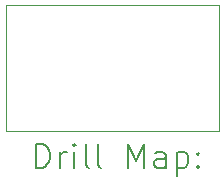
<source format=gbr>
%TF.GenerationSoftware,KiCad,Pcbnew,8.0.5*%
%TF.CreationDate,2025-06-10T11:56:54+02:00*%
%TF.ProjectId,SMA-Filter,534d412d-4669-46c7-9465-722e6b696361,rev?*%
%TF.SameCoordinates,Original*%
%TF.FileFunction,Drillmap*%
%TF.FilePolarity,Positive*%
%FSLAX45Y45*%
G04 Gerber Fmt 4.5, Leading zero omitted, Abs format (unit mm)*
G04 Created by KiCad (PCBNEW 8.0.5) date 2025-06-10 11:56:54*
%MOMM*%
%LPD*%
G01*
G04 APERTURE LIST*
%ADD10C,0.050000*%
%ADD11C,0.200000*%
G04 APERTURE END LIST*
D10*
X9677400Y-7493000D02*
X9677400Y-8559800D01*
X9677400Y-7493000D02*
X11480800Y-7493000D01*
X11480800Y-7493000D02*
X11480800Y-8559800D01*
X9677400Y-8559800D02*
X11480800Y-8559800D01*
D11*
X9935677Y-8873784D02*
X9935677Y-8673784D01*
X9935677Y-8673784D02*
X9983296Y-8673784D01*
X9983296Y-8673784D02*
X10011867Y-8683308D01*
X10011867Y-8683308D02*
X10030915Y-8702355D01*
X10030915Y-8702355D02*
X10040439Y-8721403D01*
X10040439Y-8721403D02*
X10049963Y-8759498D01*
X10049963Y-8759498D02*
X10049963Y-8788070D01*
X10049963Y-8788070D02*
X10040439Y-8826165D01*
X10040439Y-8826165D02*
X10030915Y-8845212D01*
X10030915Y-8845212D02*
X10011867Y-8864260D01*
X10011867Y-8864260D02*
X9983296Y-8873784D01*
X9983296Y-8873784D02*
X9935677Y-8873784D01*
X10135677Y-8873784D02*
X10135677Y-8740450D01*
X10135677Y-8778546D02*
X10145201Y-8759498D01*
X10145201Y-8759498D02*
X10154724Y-8749974D01*
X10154724Y-8749974D02*
X10173772Y-8740450D01*
X10173772Y-8740450D02*
X10192820Y-8740450D01*
X10259486Y-8873784D02*
X10259486Y-8740450D01*
X10259486Y-8673784D02*
X10249963Y-8683308D01*
X10249963Y-8683308D02*
X10259486Y-8692831D01*
X10259486Y-8692831D02*
X10269010Y-8683308D01*
X10269010Y-8683308D02*
X10259486Y-8673784D01*
X10259486Y-8673784D02*
X10259486Y-8692831D01*
X10383296Y-8873784D02*
X10364248Y-8864260D01*
X10364248Y-8864260D02*
X10354724Y-8845212D01*
X10354724Y-8845212D02*
X10354724Y-8673784D01*
X10488058Y-8873784D02*
X10469010Y-8864260D01*
X10469010Y-8864260D02*
X10459486Y-8845212D01*
X10459486Y-8845212D02*
X10459486Y-8673784D01*
X10716629Y-8873784D02*
X10716629Y-8673784D01*
X10716629Y-8673784D02*
X10783296Y-8816641D01*
X10783296Y-8816641D02*
X10849963Y-8673784D01*
X10849963Y-8673784D02*
X10849963Y-8873784D01*
X11030915Y-8873784D02*
X11030915Y-8769022D01*
X11030915Y-8769022D02*
X11021391Y-8749974D01*
X11021391Y-8749974D02*
X11002344Y-8740450D01*
X11002344Y-8740450D02*
X10964248Y-8740450D01*
X10964248Y-8740450D02*
X10945201Y-8749974D01*
X11030915Y-8864260D02*
X11011867Y-8873784D01*
X11011867Y-8873784D02*
X10964248Y-8873784D01*
X10964248Y-8873784D02*
X10945201Y-8864260D01*
X10945201Y-8864260D02*
X10935677Y-8845212D01*
X10935677Y-8845212D02*
X10935677Y-8826165D01*
X10935677Y-8826165D02*
X10945201Y-8807117D01*
X10945201Y-8807117D02*
X10964248Y-8797593D01*
X10964248Y-8797593D02*
X11011867Y-8797593D01*
X11011867Y-8797593D02*
X11030915Y-8788070D01*
X11126153Y-8740450D02*
X11126153Y-8940450D01*
X11126153Y-8749974D02*
X11145201Y-8740450D01*
X11145201Y-8740450D02*
X11183296Y-8740450D01*
X11183296Y-8740450D02*
X11202343Y-8749974D01*
X11202343Y-8749974D02*
X11211867Y-8759498D01*
X11211867Y-8759498D02*
X11221391Y-8778546D01*
X11221391Y-8778546D02*
X11221391Y-8835689D01*
X11221391Y-8835689D02*
X11211867Y-8854736D01*
X11211867Y-8854736D02*
X11202343Y-8864260D01*
X11202343Y-8864260D02*
X11183296Y-8873784D01*
X11183296Y-8873784D02*
X11145201Y-8873784D01*
X11145201Y-8873784D02*
X11126153Y-8864260D01*
X11307105Y-8854736D02*
X11316629Y-8864260D01*
X11316629Y-8864260D02*
X11307105Y-8873784D01*
X11307105Y-8873784D02*
X11297582Y-8864260D01*
X11297582Y-8864260D02*
X11307105Y-8854736D01*
X11307105Y-8854736D02*
X11307105Y-8873784D01*
X11307105Y-8749974D02*
X11316629Y-8759498D01*
X11316629Y-8759498D02*
X11307105Y-8769022D01*
X11307105Y-8769022D02*
X11297582Y-8759498D01*
X11297582Y-8759498D02*
X11307105Y-8749974D01*
X11307105Y-8749974D02*
X11307105Y-8769022D01*
M02*

</source>
